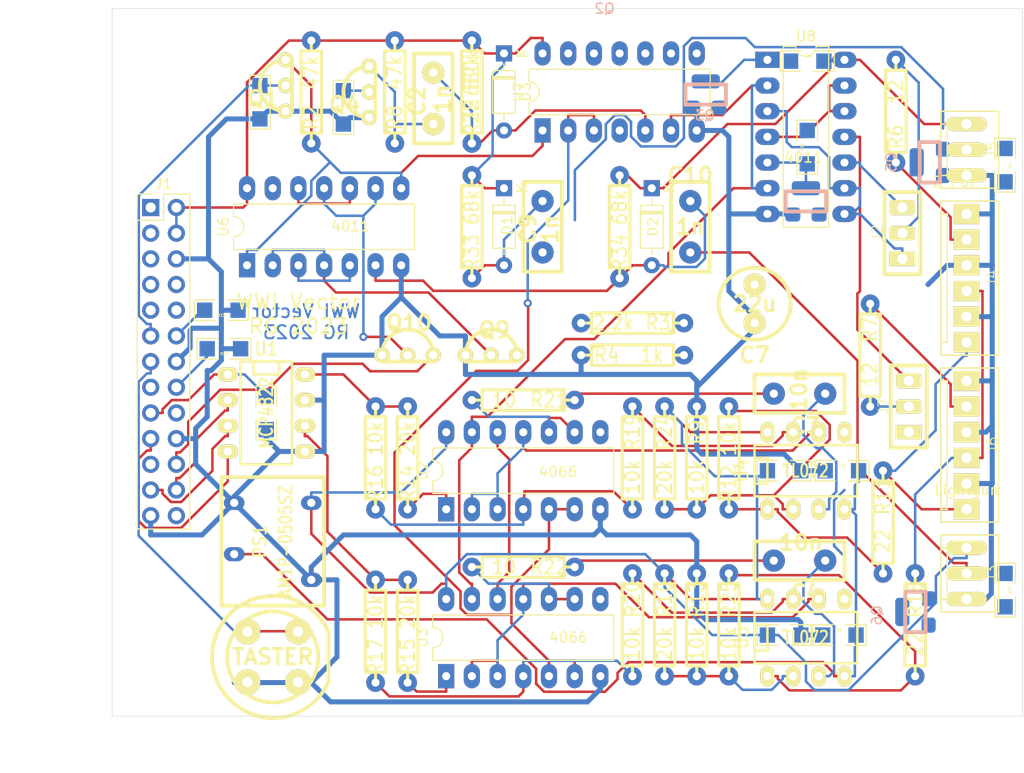
<source format=kicad_pcb>
(kicad_pcb (version 20211014) (generator pcbnew)
  (layers (0 "F.Cu" signal) (31 "B.Cu" signal) (34 "B.Paste" user) (35 "F.Paste" user) (36 "B.SilkS" user "B.Silkscreen") (37 "F.SilkS" user "F.Silkscreen") (38 "B.Mask" user) (39 "F.Mask" user) (44 "Edge.Cuts" user))
  (net 0 "")
  (net 1 "GND")
  (net 2 "-5V")
  (net 3 "Net-(C2-Pad2)")
  (net 4 "Net-(C3-Pad2)")
  (net 5 "/Xout")
  (net 6 "/Yout")
  (net 7 "Net-(C4-Pad2)")
  (net 8 "+5V")
  (net 9 "/Xin")
  (net 10 "Net-(R12-Pad2)")
  (net 11 "Net-(R10-Pad2)")
  (net 12 "/Yin")
  (net 13 "Net-(R14-Pad1)")
  (net 14 "Net-(R16-Pad1)")
  (net 15 "Net-(R21-Pad2)")
  (net 16 "Net-(U2-Pad11)")
  (net 17 "/move")
  (net 18 "Net-(J2-Pad1)")
  (net 19 "/MOSI")
  (net 20 "/V_ADC")
  (net 21 "/CS")
  (net 22 "/isKEY")
  (net 23 "/doMOVE")
  (net 24 "/doDRAW")
  (net 25 "/draw")
  (net 26 "/~{move}")
  (net 27 "/SCLK")
  (net 28 "Net-(C2-Pad1)")
  (net 29 "/~{move5V}")
  (net 30 "Net-(Q9-PadG)")
  (net 31 "Net-(U6-Pad3)")
  (net 32 "/isGUN2")
  (net 33 "/isGUN1")
  (net 34 "Net-(Q10-PadG)")
  (net 35 "/z2")
  (net 36 "Net-(U6-Pad10)")
  (net 37 "Net-(C9-Pad2)")
  (net 38 "Net-(C9-Pad1)")
  (net 39 "Net-(C10-Pad2)")
  (net 40 "Net-(U3-Pad11)")
  (net 41 "/enZ1")
  (net 42 "/enZ2")
  (net 43 "/z1")
  (net 44 "Net-(C3-Pad1)")
  (net 45 "Net-(C4-Pad1)")
  (net 46 "Net-(J2-Pad3)")
  (net 47 "Net-(J7-Pad1)")
  (net 48 "Net-(J7-Pad3)")
  (net 49 "/mid")
  (net 50 "Net-(R15-Pad1)")
  (net 51 "Net-(R17-Pad1)")
  (net 52 "Net-(R22-Pad2)")
  (net 53 "Net-(J2-Pad2)")
  (net 54 "Net-(J7-Pad2)")
  (net 55 "Net-(R11-Pad2)")
  (net 56 "Net-(R18-Pad2)")
  (net 57 "/~{enZ1}")
  (net 58 "/~{enZ2}")
  (net 59 "/Vref_3.3V")
  (net 62 "/isGun1on")
  (net 64 "/isGun2on")
  (net 67 "Net-(R27-Pad1)")
  (footprint "RG:Tast-DT6" (layer "F.Cu") (at 15.875 64.135 180)
    (fp_text reference "S1" hide)
    (fp_text value "TASTER")
  )
  (footprint "RG:AM1P-SZ" (layer "F.Cu") (at 15.875 52.705 90)
    (fp_text reference "PS1")
    (fp_text value "AM1P-0505SZ")
  )
  (footprint "RG:SM-1206B" (layer "F.Cu") (at 88.265 57.531 -90)
    (fp_text reference "R27")
    (fp_text value "470k" hide)
  )
  (footprint "RG:R4-2" (layer "F.Cu") (at 19.685 8.255 90)
    (fp_text reference "R2")
    (fp_text value "47k")
  )
  (footprint "RG:R4-2" (layer "F.Cu") (at 27.94 8.255 90)
    (fp_text reference "R8")
    (fp_text value "47k")
  )
  (footprint "RG:Pins_3" (layer "F.Cu") (at 78.105 22.225 -90)
    (fp_text reference "J2")
    (fp_text value "K2" hide)
  )
  (footprint "Connector_PinHeader_2.54mm:PinHeader_2x13_P2.54mm_Vertical" (layer "F.Cu") (at 3.81 19.685)
    (fp_text reference "J1")
    (fp_text value "RaspiGPIO")
  )
  (footprint "RG:DIP-8_300" (layer "F.Cu") (at 15.24 40.005 -90)
    (fp_text reference "U1")
    (fp_text value "MCP4822")
  )
  (footprint "RG:R4-2" (layer "F.Cu") (at 35.56 8.255 90)
    (fp_text reference "R28")
    (fp_text value "82k")
  )
  (footprint "MountingHole:MountingHole_3.2mm_M3" (layer "F.Cu") (at 5 5)
    (fp_text reference "H1")
    (fp_text value "MountingHole")
  )
  (footprint "MountingHole:MountingHole_3.2mm_M3" (layer "F.Cu") (at 85 5)
    (fp_text reference "H2")
    (fp_text value "MountingHole")
  )
  (footprint "MountingHole:MountingHole_3.2mm_M3" (layer "F.Cu") (at 5 65)
    (fp_text reference "H3")
    (fp_text value "MountingHole")
  )
  (footprint "MountingHole:MountingHole_3.2mm_M3" (layer "F.Cu") (at 85 65)
    (fp_text reference "H4")
    (fp_text value "MountingHole")
  )
  (footprint "RG:FETsgd_inline" (layer "F.Cu") (at 29.21 34.29 90)
    (fp_text reference "Q10")
    (fp_text value "2N7000" hide)
  )
  (footprint "RG:SM-1206B" (layer "F.Cu") (at 88.265 15.494 -90)
    (fp_text reference "R31")
    (fp_text value "470k" hide)
  )
  (footprint "RG:C2-2" (layer "F.Cu") (at 42.545 21.59 90)
    (fp_text reference "C9")
    (fp_text value "1n")
  )
  (footprint "RG:C2-2" (layer "F.Cu") (at 57.15 21.59 90)
    (fp_text reference "C10")
    (fp_text value "1n")
  )
  (footprint "Diode_THT:D_DO-35_SOD27_P7.62mm_Horizontal" (layer "F.Cu") (at 38.735 17.78 -90)
    (fp_text reference "D1")
    (fp_text value "1N914")
  )
  (footprint "Diode_THT:D_DO-35_SOD27_P7.62mm_Horizontal" (layer "F.Cu") (at 53.34 17.78 -90)
    (fp_text reference "D2")
    (fp_text value "1N914")
  )
  (footprint "RG:R4-2" (layer "F.Cu") (at 35.56 21.59 90)
    (fp_text reference "R33")
    (fp_text value "68k")
  )
  (footprint "RG:R4-2" (layer "F.Cu") (at 50.165 21.59 90)
    (fp_text reference "R34")
    (fp_text value "68k")
  )
  (footprint "RG:DIP-14_W7.62mm_LongPads" (layer "F.Cu") (at 13.335 25.4 90)
    (fp_text reference "U6")
    (fp_text value "4011")
  )
  (footprint "RG:SM-1206B" (layer "F.Cu") (at 15.24 40.005 -90)
    (fp_text reference "C1")
    (fp_text value "100n" hide)
  )
  (footprint "RG:PSS_6" (layer "F.Cu") (at 84.455 26.67 90)
    (fp_text reference "J4")
    (fp_text value "Conn_01x06" hide)
  )
  (footprint "RG:Pins_3" (layer "F.Cu") (at 78.74 39.37 -90)
    (fp_text reference "J7")
    (fp_text value "K2" hide)
  )
  (footprint "RG:R4-2" (layer "F.Cu") (at 51.435 34.29)
    (fp_text reference "R4")
    (fp_text value "1k")
  )
  (footprint "RG:DIP-14_W7.62mm_LongPads" (layer "F.Cu") (at 64.77 5.08)
    (fp_text reference "U8")
    (fp_text value "4011")
  )
  (footprint "RG:PSS_3" (layer "F.Cu") (at 84.455 13.97 90)
    (fp_text reference "J5")
    (fp_text value "Conn_01x03" hide)
  )
  (footprint "RG:PSS_3" (layer "F.Cu") (at 84.455 55.88 90)
    (fp_text reference "J3")
    (fp_text value "Conn_01x03" hide)
  )
  (footprint "RG:PSS_6" (layer "F.Cu") (at 84.455 43.18 90)
    (fp_text reference "J6")
    (fp_text value "Conn_01x06" hide)
  )
  (footprint "RG:C2-2" (layer "F.Cu") (at 67.945 38.1 180)
    (fp_text reference "C3")
    (fp_text value "10n")
  )
  (footprint "RG:R4-2" (layer "F.Cu") (at 51.435 31.115 180)
    (fp_text reference "R3")
    (fp_text value "2.2k")
  )
  (footprint "RG:FETsgd_inline" (layer "F.Cu") (at 25.4 8.255 180)
    (fp_text reference "Q4")
    (fp_text value "2N7000" hide)
  )
  (footprint "RG:C2-2" (layer "F.Cu") (at 31.75 8.89 90)
    (fp_text reference "C2")
    (fp_text value "1n")
  )
  (footprint "RG:SM-1206B" (layer "F.Cu") (at 22.86 9.779 90)
    (fp_text reference "R5")
    (fp_text value "47k" hide)
  )
  (footprint "RG:FETsgd_inline" (layer "F.Cu") (at 17.145 7.62 180)
    (fp_text reference "Q1")
    (fp_text value "2N7000" hide)
  )
  (footprint "Diode_THT:D_DO-35_SOD27_P7.62mm_Horizontal" (layer "F.Cu") (at 38.735 4.445 -90)
    (fp_text reference "D3")
    (fp_text value "1N914")
  )
  (footprint "RG:SM-1206B" (layer "F.Cu") (at 14.605 9.271 90)
    (fp_text reference "R1")
    (fp_text value "47k" hide)
  )
  (footprint "RG:R4-2" (layer "F.Cu") (at 51.435 44.45 -90)
    (fp_text reference "R19")
    (fp_text value "10k")
  )
  (footprint "RG:DIP-8_300" (layer "F.Cu") (at 68.58 62.23)
    (fp_text reference "U5")
    (fp_text value "TL072")
  )
  (footprint "RG:R4-2" (layer "F.Cu") (at 51.435 60.96 -90)
    (fp_text reference "R20")
    (fp_text value "10k")
  )
  (footprint "RG:R4-2" (layer "F.Cu") (at 40.64 55.245 180)
    (fp_text reference "R22")
    (fp_text value "10")
  )
  (footprint "RG:R4-2" (layer "F.Cu") (at 26.035 44.45 90)
    (fp_text reference "R16")
    (fp_text value "10k")
  )
  (footprint "RG:DIP-8_300" (layer "F.Cu") (at 68.58 45.72)
    (fp_text reference "U4")
    (fp_text value "TL072")
  )
  (footprint "RG:R4-2" (layer "F.Cu") (at 29.21 44.45 90)
    (fp_text reference "R14")
    (fp_text value "20k")
  )
  (footprint "RG:R4-2" (layer "F.Cu") (at 40.64 38.735 180)
    (fp_text reference "R21")
    (fp_text value "10")
  )
  (footprint "RG:R4-2" (layer "F.Cu") (at 54.61 44.45 -90)
    (fp_text reference "R24")
    (fp_text value "20k")
  )
  (footprint "RG:R4-2" (layer "F.Cu") (at 26.035 61.595 90)
    (fp_text reference "R17")
    (fp_text value "10k")
  )
  (footprint "RG:R4-2" (layer "F.Cu") (at 60.96 44.45 90)
    (fp_text reference "R12")
    (fp_text value "10k")
  )
  (footprint "RG:R4-2" (layer "F.Cu") (at 54.61 60.96 -90)
    (fp_text reference "R10")
    (fp_text value "20k")
  )
  (footprint "RG:R4-2" (layer "F.Cu") (at 57.785 44.45 -90)
    (fp_text reference "R9")
    (fp_text value "10k")
  )
  (footprint "RG:DIP-14_W7.62mm_LongPads" (layer "F.Cu") (at 33.02 66.04 90)
    (fp_text reference "U3")
    (fp_text value "4066")
  )
  (footprint "RG:R4-2" (layer "F.Cu") (at 60.96 60.96 -90)
    (fp_text reference "R25")
    (fp_text value "10k")
  )
  (footprint "RG:SM-1206B" (layer "F.Cu") (at 66.421 45.72)
    (fp_text reference "C5")
    (fp_text value "100n" hide)
  )
  (footprint "RG:R4-2" (layer "F.Cu") (at 57.785 60.96 -90)
    (fp_text reference "R13")
    (fp_text value "10k")
  )
  (footprint "RG:R4-2" (layer "F.Cu") (at 29.21 61.595 90)
    (fp_text reference "R15")
    (fp_text value "20k")
  )
  (footprint "RG:SM-1206B" (layer "F.Cu") (at 66.421 61.976)
    (fp_text reference "C6")
    (fp_text value "100n" hide)
  )
  (footprint "RG:C2-2" (layer "F.Cu") (at 67.945 54.61 180)
    (fp_text reference "C4")
    (fp_text value "10n")
  )
  (footprint "RG:R4-2" (layer "F.Cu") (at 77.47 10.16 90)
    (fp_text reference "R6")
    (fp_text value "12")
  )
  (footprint "RG:R4-2" (layer "F.Cu") (at 74.93 34.29 -90)
    (fp_text reference "R7")
    (fp_text value "12")
  )
  (footprint "RG:R4-2" (layer "F.Cu") (at 76.2 50.8 -90)
    (fp_text reference "R11")
    (fp_text value "22")
  )
  (footprint "RG:R4-2" (layer "F.Cu") (at 79.375 60.96 -90)
    (fp_text reference "R18")
    (fp_text value "22")
  )
  (footprint "RG:SM-1206B" (layer "F.Cu") (at 71.882 61.976)
    (fp_text reference "C8")
    (fp_text value "100n" hide)
  )
  (footprint "RG:SM-1206B" (layer "F.Cu") (at 72.136 45.72)
    (fp_text reference "C11")
    (fp_text value "100n" hide)
  )
  (footprint "RG:DIP-14_W7.62mm_LongPads" (layer "F.Cu") (at 33.02 49.53 90)
    (fp_text reference "U2")
    (fp_text value "4066")
  )
  (footprint "RG:FETsgd_inline" (layer "F.Cu") (at 37.465 34.29 90)
    (fp_text reference "Q9")
    (fp_text value "2N7000" hide)
  )
  (footprint "RG:SM-1206B" (layer "F.Cu") (at 10.795 29.845 180)
    (fp_text reference "R23")
    (fp_text value "47k" hide)
  )
  (footprint "RG:SM-1206B" (layer "F.Cu") (at 68.707 5.207)
    (fp_text reference "R26")
    (fp_text value "47k" hide)
  )
  (footprint "RG:SM-1206B" (layer "F.Cu") (at 11.049 33.655 180)
    (fp_text reference "R29")
    (fp_text value "47k" hide)
  )
  (footprint "RG:SM-1206B" (layer "F.Cu") (at 68.707 13.716 90)
    (fp_text reference "R30")
    (fp_text value "47k" hide)
  )
  (footprint "Package_DIP:DIP-14_W7.62mm_LongPads" (layer "F.Cu") (at 42.545 12.065 90)
    (fp_text reference "U7")
    (fp_text value "40106")
  )
  (footprint "RG:R4-2" (layer "F.Cu") (at 35.56 8.255 90)
    (fp_text reference "R32")
    (fp_text value "680k")
  )
  (footprint "RG:C2-7" (layer "F.Cu") (at 63.5 29.21 180)
    (fp_text reference "C7")
    (fp_text value "22u")
  )
  (footprint "RG:SOT-23_GDS" (layer "B.Cu") (at 58.674 8.509 180)
    (fp_text reference "Q2")
    (fp_text value "2N7002")
  )
  (footprint "RG:SOT-23_GDS" (layer "B.Cu") (at 68.58 19.08 180)
    (fp_text reference "Q3")
    (fp_text value "2N7002")
  )
  (footprint "RG:SOT-23_GDS" (layer "B.Cu") (at 80.8274 15.2146 -90)
    (fp_text reference "Q5")
    (fp_text value "2N7002")
  )
  (footprint "RG:SOT-23_GDS" (layer "B.Cu") (at 79.405 59.69 -90)
    (fp_text reference "Q6")
    (fp_text value "2N7002")
  )
  (gr_line (start 0 0) (end 0 70) (layer "Edge.Cuts") (width 0.05))
  (gr_line (start 0 0) (end 90 0) (layer "Edge.Cuts") (width 0.05))
  (gr_line (start 90 0) (end 90 70) (layer "Edge.Cuts") (width 0.05))
  (gr_line (start 90 70) (end 0 70) (layer "Edge.Cuts") (width 0.05))
  (gr_text "WWI Vector\nRG 2023" (at 19.177 30.988) (layer "B.Cu") (effects (font (size 1.3 1.3) (thickness 0.2)) (justify mirror)))
  (gr_text "Lightgun" (at 84.455 47.625) (layer "F.SilkS") (effects (font (size 1 1))))
  (gr_text "WWI Vector\nRG 2023" (at 18.415 30.226) (layer "F.SilkS") (effects (font (size 1.5 1.5) (thickness 0.2))))
  (gr_text "Z Pol" (at 83.185 17.145) (layer "F.SilkS") (effects (font (size 1 1))))
  (segment (start 15.24 41.656) (end 15.24 42.545) (width 0.5) (layer "B.Cu") (net 1))
  (segment (start 10.795 29.845) (end 12.243561 29.845) (width 0.5) (layer "B.Cu") (net 1))
  (segment (start 57.785 52.705) (end 57.15 52.07) (width 0.5) (layer "B.Cu") (net 1))
  (segment (start 86.905 47.08) (end 86.995 46.99) (width 0.5) (layer "B.Cu") (net 1))
  (segment (start 64.135 31.115) (end 57.785 37.465) (width 0.5) (layer "B.Cu") (net 1))
  (segment (start 7.709086 31.839086) (end 7.925172 31.623) (width 0.5) (layer "B.Cu") (net 1))
  (segment (start 23.495 10.795) (end 22.86 11.43) (width 0.5) (layer "B.Cu") (net 1))
  (segment (start 64.77 20.32) (end 60.96 20.32) (width 0.5) (layer "B.Cu") (net 1))
  (segment (start 48.26 67.31) (end 48.26 66.04) (width 0.5) (layer "B.Cu") (net 1))
  (segment (start 10.795 31.623) (end 10.795 33.655) (width 0.5) (layer "B.Cu") (net 1))
  (segment (start 22.225 56.515) (end 22.225 64.135) (width 0.5) (layer "B.Cu") (net 1))
  (segment (start 63.5207 3.8225) (end 77.997 3.8225) (width 0.25) (layer "B.Cu") (net 1))
  (segment (start 52.2624 13.6396) (end 55.7093 13.6396) (width 0.25) (layer "B.Cu") (net 1))
  (segment (start 57.785 43.561) (end 58.293 44.069) (width 0.5) (layer "B.Cu") (net 1))
  (segment (start 9.525 24.765) (end 9.525 12.7) (width 0.5) (layer "B.Cu") (net 1))
  (segment (start 86.995 36.83) (end 86.995 36.195) (width 0.5) (layer "B.Cu") (net 1))
  (segment (start 64.135 31.115) (end 60.96 27.94) (width 0.5) (layer "B.Cu") (net 1))
  (segment (start 12.065 66.675) (end 19.685 66.675) (width 0.5) (layer "B.Cu") (net 1))
  (segment (start 20.955 38.735) (end 20.955 34.29) (width 0.5) (layer "B.Cu") (net 1))
  (segment (start 57.319006 2.91999) (end 62.61819 2.91999) (width 0.25) (layer "B.Cu") (net 1))
  (segment (start 3.81 50.165) (end 3.81 52.07) (width 0.5) (layer "B.Cu") (net 1))
  (segment (start 34.925 32.385) (end 32.385 32.385) (width 0.5) (layer "B.Cu") (net 1))
  (segment (start 12.243561 29.845) (end 12.243561 29.878103) (width 0.5) (layer "B.Cu") (net 1))
  (segment (start 34.925 34.29) (end 34.925 36.195) (width 0.5) (layer "B.Cu") (net 1))
  (segment (start 60.96 12.7) (end 60.325 12.065) (width 0.5) (layer "B.Cu") (net 1))
  (segment (start 51.2901 11.199) (end 51.2901 12.6673) (width 0.25) (layer "B.Cu") (net 1))
  (segment (start 12.065 48.895) (end 19.685 56.515) (width 0.5) (layer "B.Cu") (net 1))
  (segment (start 10.795 34.798) (end 9.779 35.814) (width 0.5) (layer "B.Cu") (net 1))
  (segment (start 22.225 64.135) (end 19.685 66.675) (width 0.5) (layer "B.Cu") (net 1))
  (segment (start 19.685 56.515) (end 19.685 55.245) (width 0.5) (layer "B.Cu") (net 1))
  (segment (start 66.421 44.069) (end 68.072 45.72) (width 0.5) (layer "B.Cu") (net 1))
  (segment (start 86.995 40.64) (end 86.995 36.83) (width 0.5) (layer "B.Cu") (net 1))
  (segment (start 84.455 46.99) (end 86.995 46.99) (width 0.5) (layer "B.Cu") (net 1))
  (segment (start 15.24 42.545) (end 16.51 43.815) (width 0.5) (layer "B.Cu") (net 1))
  (segment (start 51.2901 12.6673) (end 52.2624 13.6396) (width 0.25) (layer "B.Cu") (net 1))
  (segment (start 21.59 68.58) (end 46.99 68.58) (width 0.5) (layer "B.Cu") (net 1))
  (segment (start 84.455 25.4) (end 82.55 25.4) (width 0.5) (layer "B.Cu") (net 1))
  (segment (start 10.795 26.035) (end 9.525 24.765) (width 0.5) (layer "B.Cu") (net 1))
  (segment (start 21.59 10.16) (end 22.86 11.43) (width 0.5) (layer "B.Cu") (net 1))
  (segment (start 68.072 61.976) (end 70.231 61.976) (width 0.5) (layer "B.Cu") (net 1))
  (segment (start 15.367 10.16) (end 14.605 10.922) (width 0.5) (layer "B.Cu") (net 1))
  (segment (start 28.575 25.4) (end 28.575 28.575) (width 0.5) (layer "B.Cu") (net 1))
  (segment (start 57.785 39.37) (end 57.785 43.561) (width 0.5) (layer "B.Cu") (net 1))
  (segment (start 58.674 60.452) (end 67.81 60.452) (width 0.5) (layer "B.Cu") (net 1))
  (segment (start 45.7399 20.9351) (end 45.7399 15.9923) (width 0.25) (layer "B.Cu") (net 1))
  (segment (start 57.658 59.436) (end 58.674 60.452) (width 0.5) (layer "B.Cu") (net 1))
  (segment (start 12.065 48.895) (end 12.065 48.26) (width 0.5) (layer "B.Cu") (net 1))
  (segment (start 55.7093 13.6396) (end 56.515 12.8339) (width 0.25) (layer "B.Cu") (net 1))
  (segment (start 8.255 41.529) (end 8.255 42.545) (width 0.5) (layer "B.Cu") (net 1))
  (segment (start 7.709086 33.565914) (end 7.709086 31.839086) (width 0.5) (layer "B.Cu") (net 1))
  (segment (start 82.55 25.4) (end 80.645 27.305) (width 0.5) (layer "B.Cu") (net 1))
  (segment (start 47.625 52.07) (end 48.26 51.435) (width 0.5) (layer "B.Cu") (net 1))
  (segment (start 6.35 42.545) (end 8.255 42.545) (width 0.5) (layer "B.Cu") (net 1))
  (segment (start 62.61819 2.91999) (end 63.5207 3.8225) (width 0.25) (layer "B.Cu") (net 1))
  (segment (start 82.1298 7.9553) (end 82.1298 11.8629) (width 0.25) (layer "B.Cu") (net 1))
  (segment (start 48.801 11.4379) (end 49.699 10.5399) (width 0.25) (layer "B.Cu") (net 1))
  (segment (start 9.779 35.814) (end 9.398 35.814) (width 0.5) (layer "B.Cu") (net 1))
  (segment (start 86.36 41.91) (end 86.995 41.275) (width 0.5) (layer "B.Cu") (net 1))
  (segment (start 84.455 30.48) (end 86.995 30.48) (width 0.5) (layer "B.Cu") (net 1))
  (segment (start 48.895 52.07) (end 48.26 51.435) (width 0.5) (layer "B.Cu") (net 1))
  (segment (start 60.96 27.94) (end 60.96 20.32) (width 0.5) (layer "B.Cu") (net 1))
  (segment (start 6.35 24.765) (end 9.525 24.765) (width 0.5) (layer "B.Cu") (net 1))
  (segment (start 84.455 20.32) (end 86.995 20.32) (width 0.5) (layer "B.Cu") (net 1))
  (segment (start 86.995 20.32) (end 86.995 25.4) (width 0.5) (layer "B.Cu") (net 1))
  (segment (start 34.925 36.195) (end 46.355 36.195) (width 0.5) (layer "B.Cu") (net 1))
  (segment (start 19.05 38.735) (end 20.955 38.735) (width 0.5) (layer "B.Cu") (net 1))
  (segment (start 8.255 42.545) (end 8.255 45.085) (width 0.5) (layer "B.Cu") (net 1))
  (segment (start 16.51 43.815) (end 19.05 43.815) (width 0.5) (layer "B.Cu") (net 1))
  (segment (start 10.795 29.845) (end 10.795 26.035) (width 0.5) (layer "B.Cu") (net 1))
  (segment (start 28.575 28.575) (end 26.67 30.48) (width 0.5) (layer "B.Cu") (net 1))
  (segment (start 10.795 31.623) (end 10.795 29.845) (width 0.5) (layer "B.Cu") (net 1))
  (segment (start 10.795 33.655) (end 10.795 34.798) (width 0.5) (layer "B.Cu") (net 1))
  (segment (start 17.145 10.16) (end 21.59 10.16) (width 0.5) (layer "B.Cu") (net 1))
  (segment (start 57.15 52.07) (end 48.895 52.07) (width 0.5) (layer "B.Cu") (net 1))
  (segment (start 57.785 55.88) (end 57.785 59.309) (width 0.5) (layer "B.Cu") (net 1))
  (segment (start 56.515 3.723996) (end 57.319006 2.91999) (width 0.25) (layer "B.Cu") (net 1))
  (segment (start 8.89 52.07) (end 12.065 48.895) (width 0.5) (layer "B.Cu") (net 1))
  (segment (start 49.699 10.5399) (end 50.631 10.5399) (width 0.25) (layer "B.Cu") (net 1))
  (segment (start 20.955 34.29) (end 26.67 34.29) (width 0.5) (layer "B.Cu") (net 1))
  (segment (start 84.455 36.83) (end 86.995 36.83) (width 0.5) (layer "B.Cu") (net 1))
  (segment (start 48.26 51.435) (end 48.26 49.53) (width 0.5) (layer "B.Cu") (net 1))
  (segment (start 9.525 12.7) (end 11.303 10.922) (width 0.5) (layer "B.Cu") (net 1))
  (segment (start 46.99 68.58) (end 48.26 67.31) (width 0.5) (layer "B.Cu") (net 1))
  (segment (start 12.065 48.26) (end 16.51 43.815) (width 0.5) (layer "B.Cu") (net 1))
  (segment (start 71.3663 53.1652) (end 72.39 54.1889) (width 0.25) (layer "B.Cu") (net 1))
  (segment (start 68.072 45.72) (end 70.485 45.72) (width 0.5) (layer "B.Cu") (net 1))
  (segment (start 12.243561 29.878103) (end 12.391729 30.026271) (width 0.5) (layer "B.Cu") (net 1))
  (segment (start 86.36 58.42) (end 86.905 57.875) (width 0.5) (layer "B.Cu") (net 1))
  (segment (start 86.995 41.275) (end 86.995 40.64) (width 0.5) (layer "B.Cu") (net 1))
  (segment (start 19.05 43.815) (end 20.955 43.815) (width 0.5) (layer "B.Cu") (net 1))
  (segment (start 84.455 16.51) (end 86.995 16.51) (width 0.5) (layer "B.Cu") (net 1))
  (segment (start 10.795 33.655) (end 12.7 33.655) (width 0.5) (layer "B.Cu") (net 1))
  (segment (start 68.072 60.714) (end 68.072 61.976) (width 0.5) (layer "B.Cu") (net 1))
  (segment (start 34.925 34.29) (end 34.925 32.385) (width 0.5) (layer "B.Cu") (net 1))
  (segment (start 86.995 46.99) (end 86.995 41.275) (width 0.5) (layer "B.Cu") (net 1))
  (segment (start 46.355 34.29) (end 46.355 36.195) (width 0.5) (layer "B.Cu") (net 1))
  (segment (start 57.785 55.88) (end 57.785 52.705) (width 0.5) (layer "B.Cu") (net 1))
  (segment (start 77.997 3.8225) (end 82.1298 7.9553) (width 0.25) (layer "B.Cu") (net 1))
  (segment (start 8.255 45.085) (end 12.065 48.895) (width 0.5) (layer "B.Cu") (net 1))
  (segment (start 9.398 40.386) (end 8.255 41.529) (width 0.5) (layer "B.Cu") (net 1))
  (segment (start 22.86 52.07) (end 47.625 52.07) (width 0.5) (layer "B.Cu") (net 1))
  (segment (start 57.15 36.195) (end 57.785 36.83) (width 0.5) (layer "B.Cu") (net 1))
  (segment (start 57.785 36.83) (end 57.785 37.465) (width 0.5) (layer "B.Cu") (net 1))
  (segment (start 48.801 12.9312) (end 48.801 11.4379) (width 0.25) (layer "B.Cu") (net 1))
  (segment (start 57.785 37.465) (end 57.785 39.37) (width 0.5) (layer "B.Cu") (net 1))
  (segment (start 32.385 32.385) (end 28.575 28.575) (width 0.5) (layer "B.Cu") (net 1))
  (segment (start 72.39 47.6267) (end 71.3663 48.6504) (width 0.25) (layer "B.Cu") (net 1))
  (segment (start 26.67 30.48) (end 26.67 34.29) (width 0.5) (layer "B.Cu") (net 1))
  (segment (start 25.4 10.795) (end 23.495 10.795) (width 0.5) (layer "B.Cu") (net 1))
  (segment (start 86.995 25.4) (end 84.455 25.4) (width 0.5) (layer "B.Cu") (net 1))
  (segment (start 19.685 55.245) (end 22.86 52.07) (width 0.5) (layer "B.Cu") (net 1))
  (segment (start 86.905 57.875) (end 86.905 47.08) (width 0.5) (layer "B.Cu") (net 1))
  (segment (start 67.81 60.452) (end 68.072 60.714) (width 0.5) (layer "B.Cu") (net 1))
  (segment (start 86.995 36.195) (end 86.995 30.48) (width 0.5) (layer "B.Cu") (net 1))
  (segment (start 20.955 43.815) (end 20.955 38.735) (width 0.5) (layer "B.Cu") (net 1))
  (segment (start 6.35 34.925) (end 7.709086 33.565914) (width 0.5) (layer "B.Cu") (net 1))
  (segment (start 60.325 12.065) (end 57.785 12.065) (width 0.5) (layer "B.Cu") (net 1))
  (segment (start 3.81 52.07) (end 8.89 52.07) (width 0.5) (layer "B.Cu") (net 1))
  (segment (start 84.455 58.42) (end 86.36 58.42) (width 0.5) (layer "B.Cu") (net 1))
  (segment (start 86.995 30.48) (end 86.995 29.845) (width 0.5) (layer "B.Cu") (net 1))
  (segment (start 86.995 29.845) (end 86.995 25.4) (width 0.5) (layer "B.Cu") (net 1))
  (segment (start 64.77 20.32) (end 67.564 20.32) (width 0.5) (layer "B.Cu") (net 1))
  (segment (start 19.685 56.515) (end 22.225 56.515) (width 0.5) (layer "B.Cu") (net 1))
  (segment (start 60.96 20.32) (end 60.96 12.7) (width 0.5) (layer "B.Cu") (net 1))
  (segment (start 86.995 16.51) (end 86.995 20.32) (width 0.5) (layer "B.Cu") (net 1))
  (segment (start 57.785 12.065) (end 57.785 9.525) (width 0.5) (layer "B.Cu") (net 1))
  (segment (start 46.355 36.195) (end 57.15 36.195) (width 0.5) (layer "B.Cu") (net 1))
  (segment (start 11.303 10.922) (end 14.605 10.922) (width 0.5) (layer "B.Cu") (net 1))
  (segment (start 7.925172 31.623) (end 10.795 31.623) (width 0.5) (layer "B.Cu") (net 1))
  (segment (start 84.455 41.91) (end 86.36 41.91) (width 0.5) (layer "B.Cu") (net 1))
  (segment (start 17.145 10.16) (end 15.367 10.16) (width 0.5) (layer "B.Cu") (net 1))
  (segment (start 58.293 44.069) (end 66.421 44.069) (width 0.5) (layer "B.Cu") (net 1))
  (segment (start 71.3663 48.6504) (end 71.3663 53.1652) (width 0.25) (layer "B.Cu") (net 1))
  (segment (start 19.685 66.675) (end 21.59 68.58) (width 0.5) (layer "B.Cu") (net 1))
  (segment (start 57.785 59.309) (end 57.658 59.436) (width 0.5) (layer "B.Cu") (net 1))
  (segment (start 50.631 10.5399) (end 51.2901 11.199) (width 0.25) (layer "B.Cu") (net 1))
  (segment (start 45.7399 15.9923) (end 48.801 12.9312) (width 0.25) (layer "B.Cu") (net 1))
  (segment (start 9.398 35.814) (end 9.398 40.386) (width 0.5) (layer "B.Cu") (net 1))
  (segment (start 56.515 12.8339) (end 56.515 3.723996) (width 0.25) (layer "B.Cu") (net 1))
  (segment (start 51.0269 64.6555) (end 70.26 64.6555) (width 0.25) (layer "F.Cu") (net 2))
  (segment (start 42.6971 67.583) (end 48.714 67.583) (width 0.25) (layer "F.Cu") (net 2))
  (segment (start 49.9592 66.3378) (end 49.9592 65.7232) (width 0.25) (layer "F.Cu") (net 2))
  (segment (start 72.39 66.04) (end 71.3664 66.04) (width 0.25) (layer "F.Cu") (net 2))
  (segment (start 70.26 64.6555) (end 71.3664 65.7619) (width 0.25) (layer "F.Cu") (net 2))
  (segment (start 14.8323 53.975) (end 21.2802 60.4229) (width 0.25) (layer "F.Cu") (net 2))
  (segment (start 12.065 53.975) (end 14.8323 53.975) (width 0.25) (layer "F.Cu") (net 2))
  (segment (start 41.91 65.3113) (end 41.91 66.7959) (width 0.25) (layer "F.Cu") (net 2))
  (segment (start 21.2802 60.4229) (end 37.0216 60.4229) (width 0.25) (layer "F.Cu") (net 2))
  (segment (start 37.0216 60.4229) (end 41.91 65.3113) (width 0.25) (layer "F.Cu") (net 2))
  (segment (start 49.9592 65.7232) (end 51.0269 64.6555) (width 0.25) (layer "F.Cu") (net 2))
  (segment (start 41.91 66.7959) (end 42.6971 67.583) (width 0.25) (layer "F.Cu") (net 2))
  (segment (start 71.3664 65.7619) (end 71.3664 66.04) (width 0.25) (layer "F.Cu") (net 2))
  (segment (start 48.714 67.583) (end 49.9592 66.3378) (width 0.25) (layer "F.Cu") (net 2))
  (segment (start 73.533 61.976) (end 73.533 63.0631) (width 0.25) (layer "B.Cu") (net 2))
  (segment (start 73.4136 63.1825) (end 73.533 63.0631) (width 0.25) (layer "B.Cu") (net 2))
  (segment (start 72.39 49.53) (end 72.9539 49.53) (width 0.25) (layer "B.Cu") (net 2))
  (segment (start 73.4136 49.53) (end 73.4136 47.1805) (width 0.25) (layer "B.Cu") (net 2))
  (segment (start 73.4136 66.04) (end 73.4136 63.1825) (width 0.25) (layer "B.Cu") (net 2))
  (segment (start 72.9539 49.53) (end 73.533 50.1091) (width 0.25) (layer "B.Cu") (net 2))
  (segment (start 73.533 50.1091) (end 73.533 61.976) (width 0.25) (layer "B.Cu") (net 2))
  (segment (start 73.4136 47.1805) (end 73.787 46.8071) (width 0.25) (layer "B.Cu") (net 2))
  (segment (start 72.39 66.04) (end 73.4136 66.04) (width 0.25) (layer "B.Cu") (net 2))
  (segment (start 72.9539 49.53) (end 73.4136 49.53) (width 0.25) (layer "B.Cu") (net 2))
  (segment (start 73.787 45.72) (end 73.787 46.8071) (width 0.25) (layer "B.Cu") (net 2))
  (segment (start 41.8357 10.0894) (end 39.8601 12.065) (width 0.25) (layer "F.Cu") (net 3))
  (segment (start 38.735 12.065) (end 37.6099 12.065) (width 0.25) (layer "F.Cu") (net 3))
  (segment (start 52.2545 10.0894) (end 41.8357 10.0894) (width 0.25) (layer "F.Cu") (net 3))
  (segment (start 35.56 13.335) (end 36.3399 13.335) (width 0.25) (layer "F.Cu") (net 3))
  (segment (start 52.705 12.065) (end 52.705 10.5399) (width 0.25) (layer "F.Cu") (net 3))
  (segment (start 52.705 10.5399) (end 52.2545 10.0894) (width 0.25) (layer "F.Cu") (net 3))
  (segment (start 36.3399 13.335) (end 37.6099 12.065) (width 0.25) (layer "F.Cu") (net 3))
  (segment (start 38.735 12.065) (end 39.8601 12.065) (width 0.25) (layer "F.Cu") (net 3))
  (segment (start 35.56 10.16) (end 35.56 13.335) (width 0.25) (layer "B.Cu") (net 3))
  (segment (start 31.75 6.35) (end 35.56 10.16) (width 0.25) (layer "B.Cu") (net 3))
  (segment (start 46.355 38.1) (end 45.72 38.735) (width 0.25) (layer "F.Cu") (net 4))
  (segment (start 65.405 38.1) (end 46.355 38.1) (width 0.25) (layer "F.Cu") (net 4))
  (segment (start 84.455 49.53) (end 80.01 49.53) (width 0.25) (layer "F.Cu") (net 5))
  (segment (start 80.01 49.53) (end 76.2 45.72) (width 0.25) (layer "F.Cu") (net 5))
  (segment (start 84.2066 34.3446) (end 81.3976 37.1536) (width 0.25) (layer "B.Cu") (net 5))
  (segment (start 77.4048 45.72) (end 76.2 45.72) (width 0.25) (layer "B.Cu") (net 5))
  (segment (start 81.3976 41.7272) (end 77.4048 45.72) (width 0.25) (layer "B.Cu") (net 5))
  (segment (start 84.455 34.3446) (end 84.2066 34.3446) (width 0.25) (layer "B.Cu") (net 5))
  (segment (start 84.455 33.02) (end 84.455 34.3446) (width 0.25) (layer "B.Cu") (net 5))
  (segment (start 81.3976 37.1536) (end 81.3976 41.7272) (width 0.25) (layer "B.Cu") (net 5))
  (segment (start 84.455 27.94) (end 86.0298 27.94) (width 0.25) (layer "F.Cu") (net 6))
  (segment (start 86.0298 27.94) (end 86.0298 44.45) (width 0.25) (layer "F.Cu") (net 6))
  (segment (start 84.455 44.45) (end 86.0298 44.45) (width 0.25) (layer "F.Cu") (net 6))
  (segment (start 82.9927 44.45) (end 79.375 48.0677) (width 0.25) (layer "B.Cu") (net 6))
  (segment (start 84.455 44.45) (end 82.9927 44.45) (width 0.25) (layer "B.Cu") (net 6))
  (segment (start 79.375 48.0677) (end 79.375 55.88) (width 0.25) (layer "B.Cu") (net 6))
  (segment (start 65.405 54.61) (end 46.355 54.61) (width 0.25) (layer "F.Cu") (net 7))
  (segment (start 46.355 54.61) (end 45.72 55.245) (width 0.25) (layer "F.Cu") (net 7))
  (segment (start 38.735 4.445) (end 39.8601 4.445) (width 0.25) (layer "F.Cu") (net 8))
  (segment (start 60.8151 11.43) (end 54.4651 17.78) (width 0.25) (layer "F.Cu") (net 8))
  (segment (start 73.1526 5.08) (end 73.9151 5.08) (width 0.25) (layer "F.Cu") (net 8))
  (segment (start 27.94 3.175) (end 35.56 3.175) (width 0.25) (layer "F.Cu") (net 8))
  (segment (start 50.9449 16.51) (end 52.2149 17.78) (width 0.25) (layer "F.Cu") (net 8))
  (segment (start 73.1526 5.08) (end 72.39 5.08) (width 0.25) (layer "F.Cu") (net 8))
  (segment (start 70.8649 5.08) (end 70.8649 6.1285) (width 0.25) (layer "F.Cu") (net 8))
  (segment (start 25.5029 57.7705) (end 31.6783 57.7705) (width 0.25) (layer "F.Cu") (net 8))
  (segment (start 72.39 5.08) (end 70.8649 5.08) (width 0.25) (layer "F.Cu") (net 8))
  (segment (start 38.735 17.78) (end 36.83 17.78) (width 0.25) (layer "F.Cu") (net 8))
  (segment (start 36.83 4.445) (end 38.735 4.445) (width 0.25) (layer "F.Cu") (net 8))
  (segment (start 19.685 51.9526) (end 25.5029 57.7705) (width 0.25) (layer "F.Cu") (net 8))
  (segment (start 84.455 11.43) (end 80.2651 11.43) (width 0.25) (layer "F.Cu") (net 8))
  (segment (start 50.165 16.51) (end 50.9449 16.51) (width 0.25) (layer "F.Cu") (net 8))
  (segment (start 35.56 3.175) (end 36.83 4.445) (width 0.25) (layer "F.Cu") (net 8))
  (segment (start 13.335 17.78) (end 13.335 19.3051) (width 0.25) (layer "F.Cu") (net 8))
  (segment (start 39.8601 4.445) (end 41.3852 2.9199) (width 0.25) (layer "F.Cu") (net 8))
  (segment (start 53.34 17.78) (end 52.2149 17.78) (width 0.25) (layer "F.Cu") (net 8))
  (segment (start 53.34 17.78) (end 54.4651 17.78) (width 0.25) (layer "F.Cu") (net 8))
  (segment (start 64.77 58.42) (end 57.15 58.42) (width 0.25) (layer "F.Cu") (net 8))
  (segment (start 32.5539 56.8949) (end 33.02 56.8949) (width 0.25) (layer "F.Cu") (net 8))
  (segment (start 19.685 48.895) (end 19.685 51.9526) (width 0.25) (layer "F.Cu") (net 8))
  (segment (start 65.5634 11.43) (end 60.8151 11.43) (width 0.25) (layer "F.Cu") (net 8))
  (segment (start 57.15 58.42) (end 54.61 55.88) (width 0.25) (layer "F.Cu") (net 8))
  (segment (start 64.77 41.91) (end 57.15 41.91) (width 0.25) (layer "F.Cu") (net 8))
  (segment (start 33.02 58.42) (end 33.02 56.8949) (width 0.25) (layer "F.Cu") (net 8))
  (segment (start 17.4693 3.175) (end 13.335 7.3093) (width 0.25) (layer "F.Cu") (net 8))
  (segment (start 27.94 3.175) (end 19.685 3.175) (width 0.25) (layer "F.Cu") (net 8))
  (segment (start 70.8649 6.1285) (end 65.5634 11.43) (width 0.25) (layer "F.Cu") (net 8))
  (segment (start 6.35 19.685) (end 12.9551 19.685) (width 0.25) (layer "F.Cu") (net 8))
  (segment (start 80.2651 11.43) (end 73.9151 5.08) (width 0.25) (layer "F.Cu") (net 8))
  (segment (start 57.15 41.91) (end 54.61 39.37) (width 0.25) (layer "F.Cu") (net 8))
  (segment (start 19.685 3.175) (end 17.4693 3.175) (width 0.25) (layer "F.Cu") (net 8))
  (segment (start 12.9551 19.685) (end 13.335 19.3051) (width 0.25) (layer "F.Cu") (net 8))
  (segment (start 36.83 17.78) (end 35.56 16.51) (width 0.25) (layer "F.Cu") (net 8))
  (segment (start 42.545 4.445) (end 42.545 2.9199) (width 0.25) (layer "F.Cu") (net 8))
  (segment (start 41.3852 2.9199) (end 42.545 2.9199) (width 0.25) (layer "F.Cu") (net 8))
  (segment (start 31.6783 57.7705) (end 32.5539 56.8949) (width 0.25) (layer "F.Cu") (net 8))
  (segment (start 13.335 7.3093) (end 13.335 17.78) (width 0.25) (layer "F.Cu") (net 8))
  (segment (start 33.02 56.0171) (end 35.0617 53.9754) (width 0.25) (layer "B.Cu") (net 8))
  (segment (start 64.77 58.42) (end 63.7464 58.42) (width 0.25) (layer "B.Cu") (net 8))
  (segment (start 6.35 19.685) (end 6.35 22.225) (width 0.25) (layer "B.Cu") (net 8))
  (segment (start 64.77 45.72) (end 64.77 46.2635) (width 0.25) (layer "B.Cu") (net 8))
  (segment (start 56.3235 43.0186) (end 56.3235 41.0835) (width 0.25) (layer "B.Cu") (net 8))
  (segment (start 72.263 5.207) (end 72.39 5.08) (width 0.25) (layer "B.Cu") (net 8))
  (segment (start 63.7464 46.2635) (end 59.5684 46.2635) (width 0.25) (layer "B.Cu") (net 8))
  (segment (start 68.58 64.6989) (end 68.58 66.5653) (width 0.25) (layer "B.Cu") (net 8))
  (segment (start 33.02 58.42) (end 33.02 56.0171) (width 0.25) (layer "B.Cu") (net 8))
  (segment (start 52.7054 53.9754) (end 54.61 55.88) (width 0.25) (layer "B.Cu") (net 8))
  (segment (start 38.735 5.5701) (end 37.6099 6.6952) (width 0.25) (layer "B.Cu") (net 8))
  (segment (start 38.735 4.445) (end 38.735 5.5701) (width 0.25) (layer "B.Cu") (net 8))
  (segment (start 54.61 57.26) (end 59.326 61.976) (width 0.25) (layer "B.Cu") (net 8))
  (segment (start 59.5684 46.2635) (end 56.3235 43.0186) (width 0.25) (layer "B.Cu") (net 8))
  (segment (start 63.7464 58.42) (end 63.7464 46.2635) (width 0.25) (layer "B.Cu") (net 8))
  (segment (start 68.58 66.5653) (end 69.4247 67.41) (width 0.25) (layer "B.Cu") (net 8))
  (segment (start 64.77 46.2635) (end 63.7464 46.2635) (width 0.25) (layer "B.Cu") (net 8))
  (segment (start 69.4247 67.41) (end 72.794 67.41) (width 0.25) (layer "B.Cu") (net 8))
  (segment (start 19.685 48.895) (end 19.685 47.8714) (width 0.25) (layer "B.Cu") (net 8))
  (segment (start 28.5837 47.8714) (end 33.02 43.4351) (width 0.25) (layer "B.Cu") (net 8))
  (segment (start 56.3235 41.0835) (end 54.61 39.37) (width 0.25) (layer "B.Cu") (net 8))
  (segment (start 81.4245 56.1575) (end 83.2184 54.3636) (width 0.25) (layer "B.Cu") (net 8))
  (segment (start 72.794 67.41) (end 81.4245 58.7795) (width 0.25) (layer "B.Cu") (net 8))
  (segment (start 59.326 61.976) (end 64.77 61.976) (width 0.25) (layer "B.Cu") (net 8))
  (segment (start 65.8571 61.976) (end 68.58 64.6989) (width 0.25) (layer "B.Cu") (net 8))
  (segment (start 83.2184 54.3636) (end 84.455 54.3636) (width 0.25) (layer "B.Cu") (net 8))
  (segment (start 37.6099 14.4601) (end 35.56 16.51) (width 0.25) (layer "B.Cu") (net 8))
  (segment (start 70.358 5.207) (end 72.263 5.207) (width 0.25) (layer "B.Cu") (net 8))
  (segment (start 64.77 61.976) (end 65.8571 61.976) (width 0.25) (layer "B.Cu") (net 8))
  (segment (start 54.61 55.88) (end 54.61 57.26) (width 0.25) (layer "B.Cu") (net 8))
  (segment (start 37.6099 6.6952) (end 37.6099 14.4601) (width 0.25) (layer "B.Cu") (net 8))
  (segment (start 35.0617 53.9754) (end 52.7054 53.9754) (width 0.25) (layer "B.Cu") (net 8))
  (segment (start 33.02 41.91) (end 33.02 43.4351) (width 0.25) (layer "B.Cu") (net 8))
  (segment (start 19.685 47.8714) (end 28.5837 47.8714) (width 0.25) (layer "B.Cu") (net 8))
  (segment (start 84.455 53.34) (end 84.455 54.3636) (width 0.25) (layer "B.Cu") (net 8))
  (segment (start 81.4245 58.7795) (end 81.4245 56.1575) (width 0.25) (layer "B.Cu") (net 8))
  (segment (start 19.05 36.195) (end 22.86 36.195) (width 0.25) (layer "F.Cu") (net 9))
  (segment (start 29.21 39.37) (end 26.035 39.37) (width 0.25) (layer "F.Cu") (net 9))
  (segment (start 22.86 36.195) (end 26.035 39.37) (width 0.25) (layer "F.Cu") (net 9))
  (segment (start 66.2864 49.53) (end 66.2864 49.0226) (width 0.25) (layer "F.Cu") (net 10))
  (segment (start 66.2864 49.0226) (end 65.4172 48.1534) (width 0.25) (layer "F.Cu") (net 10))
  (segment (start 57.785 49.53) (end 59.1616 48.1534) (width 0.25) (layer "F.Cu") (net 10))
  (segment (start 65.4172 48.1534) (end 70.9309 42.6397) (width 0.25) (layer "F.Cu") (net 10))
  (segment (start 70.9309 42.6397) (end 70.9309 41.1831) (width 0.25) (layer "F.Cu") (net 10))
  (segment (start 69.5603 39.8125) (end 61.4025 39.8125) (width 0.25) (layer "F.Cu") (net 10))
  (segment (start 59.1616 48.1534) (end 65.4172 48.1534) (width 0.25) (layer "F.Cu") (net 10))
  (segment (start 67.31 49.53) (end 66.2864 49.53) (width 0.25) (layer "F.Cu") (net 10))
  (segment (start 61.4025 39.8125) (end 60.96 39.37) (width 0.25) (layer "F.Cu") (net 10))
  (segment (start 54.61 49.53) (end 57.785 49.53) (width 0.25) (layer "F.Cu") (net 10))
  (segment (start 70.9309 41.1831) (end 69.5603 39.8125) (width 0.25) (layer "F.Cu") (net 10))
  (segment (start 57.785 66.04) (end 60.96 66.04) (width 0.25) (layer "F.Cu") (net 11))
  (segment (start 54.61 66.04) (end 57.785 66.04) (width 0.25) (layer "F.Cu") (net 11))
  (segment (start 65.1897 67.3926) (end 62.3126 67.3926) (width 0.25) (layer "B.Cu") (net 11))
  (segment (start 66.2864 66.2959) (end 65.1897 67.3926) (width 0.25) (layer "B.Cu") (net 11))
  (segment (start 67.31 66.04) (end 66.2864 66.04) (width 0.25) (layer "B.Cu") (net 11))
  (segment (start 66.2864 66.04) (end 66.2864 66.2959) (width 0.25) (layer "B.Cu") (net 11))
  (segment (start 62.3126 67.3926) (end 60.96 66.04) (width 0.25) (layer "B.Cu") (net 11))
  (segment (start 21.2802 51.7602) (end 26.035 56.515) (width 0.25) (layer "F.Cu") (net 12))
  (segment (start 21.2802 44.2729) (end 21.2802 51.7602) (width 0.25) (layer "F.Cu") (net 12))
  (segment (start 19.05 42.2986) (end 19.3059 42.2986) (width 0.25) (layer "F.Cu") (net 12))
  (segment (start 29.21 56.515) (end 26.035 56.515) (width 0.25) (layer "F.Cu") (net 12))
  (segment (start 19.05 41.275) (end 19.05 42.2986) (width 0.25) (layer "F.Cu") (net 12))
  (segment (start 19.3059 42.2986) (end 21.2802 44.2729) (width 0.25) (layer "F.Cu") (net 12))
  (segment (start 30.7351 48.0049) (end 29.21 49.53) (width 0.25) (layer "F.Cu") (net 13))
  (segment (start 33.02 49.53) (end 33.02 48.0049) (width 0.25) (layer "F.Cu") (net 13))
  (segment (start 33.02 48.0049) (end 30.7351 48.0049) (width 0.25) (layer "F.Cu") (net 13))
  (segment (start 40.64 49.53) (end 40.767 47.752) (width 0.25) (layer "F.Cu") (net 14))
  (segment (start 49.53 47.752) (end 51.435 49.53) (width 0.25) (layer "F.Cu") (net 14))
  (segment (start 40.767 47.752) (end 49.53 47.752) (width 0.25) (layer "F.Cu") (net 14))
  (segment (start 40.64 49.53) (end 40.64 51.0551) (width 0.25) (layer "B.Cu") (net 14))
  (segment (start 27.5601 51.0551) (end 40.64 51.0551) (width 0.25) (layer "B.Cu") (net 14))
  (segment (start 26.035 49.53) (end 27.5601 51.0551) (width 0.25) (layer "B.Cu") (net 14))
  (segment (start 43.18 41.91) (end 43.18 40.4974) (width 0.25) (layer "F.Cu") (net 15))
  (segment (start 45.72 41.91) (end 44.3074 40.4974) (width 0.25) (layer "F.Cu") (net 15))
  (segment (start 44.3074 40.4974) (end 43.18 40.4974) (width 0.25) (layer "F.Cu") (net 15))
  (segment (start 43.18 40.3849) (end 37.2099 40.3849) (width 0.25) (layer "B.Cu") (net 15))
  (segment (start 37.2099 40.3849) (end 35.56 38.735) (width 0.25) (layer "B.Cu") (net 15))
  (segment (start 43.18 41.91) (end 43.18 40.3849) (width 0.25) (layer "B.Cu") (net 15))
  (segment (start 40.9281 43.7232) (end 67.2704 43.7232) (width 0.25) (layer "F.Cu") (net 16))
  (segment (start 40.64 43.4351) (end 40.9281 43.7232) (width 0.25) (layer "F.Cu") (net 16))
  (segment (start 69.85 41.91) (end 68.8264 41.91) (width 0.25) (layer "F.Cu") (net 16))
  (segment (start 67.2704 43.7232) (end 68.8264 42.1672) (width 0.25) (layer "F.Cu") (net 16))
  (segment (start 68.8264 42.1672) (end 68.8264 41.91) (width 0.25) (layer "F.Cu") (net 16))
  (segment (start 40.64 41.91) (end 40.64 43.4351) (width 0.25) (layer "F.Cu") (net 16))
  (segment (start 35.56 49.53) (end 35.56 48.0049) (width 0.25) (layer "B.Cu") (net 16))
  (segment (start 35.56 48.0049) (end 38.1 48.0049) (width 0.25) (layer "B.Cu") (net 16))
  (segment (start 40.64 41.91) (end 40.64 43.4351) (width 0.25) (layer "B.Cu") (net 16))
  (segment (start 38.1 48.0049) (end 38.1 45.9751) (width 0.25) (layer "B.Cu") (net 16))
  (segment (start 38.1 49.53) (end 38.1 48.0049) (width 0.25) (layer "B.Cu") (net 16))
  (segment (start 38.1 45.9751) (end 40.64 43.4351) (width 0.25) (layer "B.Cu") (net 16))
  (segment (start 35.0716 59.9727) (end 34.4348 59.3359) (width 0.25) (layer "F.Cu") (net 17))
  (segment (start 47.625 11.6314) (end 47.625 12.065) (width 0.25) (layer "F.Cu") (net 17))
  (segment (start 35.9978 35.8465) (end 40.0584 35.8465) (width 0.25) (layer "F.Cu") (net 17))
  (segment (start 39.4693 59.9727) (end 39.4693 60.8042) (width 0.25) (layer "F.Cu") (net 17))
  (segment (start 41.12 29.1911) (end 41.0789 29.15) (width 0.25) (layer "F.Cu") (net 17))
  (segment (start 39.4693 59.9727) (end 35.0716 59.9727) (width 0.25) (layer "F.Cu") (net 17))
  (segment (start 27.9135 51.119) (end 27.9135 43.9308) (width 0.25) (layer "F.Cu") (net 17))
  (segment (start 39.4693 57.1992) (end 39.4693 59.9727) (width 0.25) (layer "F.Cu") (net 17))
  (segment (start 27.9135 43.9308) (end 35.9978 35.8465) (width 0.25) (layer "F.Cu") (net 17))
  (segment (start 43.18 53.4885) (end 39.4693 57.1992) (width 0.25) (layer "F.Cu") (net 17))
  (segment (start 45.085 10.5399) (end 47.625 10.5399) (width 0.25) (layer "F.Cu") (net 17))
  (segment (start 40.0584 35.8465) (end 41.12 34.7849) (width 0.25) (layer "F.Cu") (net 17))
  (segment (start 43.18 66.04) (end 43.18 64.5149) (width 0.25) (layer "F.Cu") (net 17))
  (segment (start 34.4348 59.3359) (end 34.4348 57.6403) (width 0.25) (layer "F.Cu") (net 17))
  (segment (start 45.085 12.065) (end 45.085 10.5399) (width 0.25) (layer "F.Cu") (net 17))
  (segment (start 45.72 66.04) (end 45.72 64.5149) (width 0.25) (layer "F.Cu") (net 17))
  (segment (start 41.12 34.7849) (end 41.12 29.1911) (width 0.25) (layer "F.Cu") (net 17))
  (segment (start 43.18 49.53) (end 43.18 53.4885) (width 0.25) (layer "F.Cu") (net 17))
  (segment (start 43.18 49.53) (end 45.72 49.53) (width 0.25) (layer "F.Cu") (net 17))
  (segment (start 39.4693 60.8042) (end 43.18 64.5149) (width 0.25) (layer "F.Cu") (net 17))
  (segment (start 47.625 11.6314) (end 47.625 10.5399) (width 0.25) (layer "F.Cu") (net 17))
  (segment (start 43.18 64.5149) (end 45.72 64.5149) (width 0.25) (layer "F.Cu") (net 17))
  (segment (start 34.4348 57.6403) (end 27.9135 51.119) (width 0.25) (layer "F.Cu") (net 17))
  (via (at 41.0789 29.15) (size 0.8) (drill 0.4) (layers "F.Cu" "B.Cu") (net 17))
  (segment (start 41.0789 29.15) (end 41.0789 22.989) (width 0.25) (layer "B.Cu") (net 17))
  (segment (start 41.0789 22.989) (end 45.085 18.9829) (width 0.25) (layer "B.Cu") (net 17))
  (segment (start 45.085 18.9829) (end 45.085 12.065) (width 0.25) (layer "B.Cu") (net 17))
  (segment (start 78.105 19.685) (end 73.9151 15.4951) (width 0.25) (layer "B.Cu") (net 18))
  (segment (start 73.9151 15.4951) (end 73.9151 15.24) (width 0.25) (layer "B.Cu") (net 18))
  (segment (start 72.39 15.24) (end 73.9151 15.24) (width 0.25) (layer "B.Cu") (net 18))
  (segment (start 11.43 43.815) (end 11.43 46.7709) (width 0.25) (layer "F.Cu") (net 19))
  (segment (start 3.81 42.545) (end 3.81 43.7201) (width 0.25) (layer "F.Cu") (net 19))
  (segment (start 3.3164 51.3822) (end 2.6085 50.6743) (width 0.25) (layer "F.Cu") (net 19))
  (segment (start 2.6085 50.6743) (end 2.6085 44.5563) (width 0.25) (layer "F.Cu") (net 19))
  (segment (start 11.43 46.7709) (end 6.8187 51.3822) (width 0.25) (layer "F.Cu") (net 19))
  (segment (start 2.6085 44.5563) (end 3.4447 43.7201) (width 0.25) (layer "F.Cu") (net 19))
  (segment (start 3.4447 43.7201) (end 3.81 43.7201) (width 0.25) (layer "F.Cu") (net 19))
  (segment (start 6.8187 51.3822) (end 3.3164 51.3822) (width 0.25) (layer "F.Cu") (net 19))
  (segment (start 5.8898 38.735) (end 4.9851 39.6397) (width 0.25) (layer "F.Cu") (net 20))
  (segment (start 11.43 36.195) (end 10.0889 36.195) (width 0.25) (layer "F.Cu") (net 20))
  (segment (start 10.0889 36.195) (end 7.5489 38.735) (width 0.25) (layer "F.Cu") (net 20))
  (segment (start 4.9851 39.6397) (end 4.9851 40.005) (width 0.25) (layer "F.Cu") (net 20))
  (segment (start 3.81 40.005) (end 4.9851 40.005) (width 0.25) (layer "F.Cu") (net 20))
  (segment (start 7.5489 38.735) (end 5.8898 38.735) (width 0.25) (layer "F.Cu") (net 20))
  (segment (start 13.081 36.195) (end 15.24 38.354) (width 0.25) (layer "B.Cu") (net 20))
  (segment (start 11.43 36.195) (end 13.081 36.195) (width 0.25) (layer "B.Cu") (net 20))
  (segment (start 8.1649 44.9532) (end 8.1649 42.7678) (width 0.25) (layer "F.Cu") (net 21))
  (segment (start 11.43 38.735) (end 11.43 39.7586) (width 0.25) (layer "F.Cu") (net 21))
  (segment (start 11.1741 39.7586) (end 11.43 39.7586) (width 0.25) (layer "F.Cu") (net 21))
  (segment (start 6.35 47.625) (end 6.35 46.4499) (width 0.25) (layer "F.Cu") (net 21))
  (segment (start 6.6682 46.4499) (end 8.1649 44.9532) (width 0.25) (layer "F.Cu") (net 21))
  (segment (start 6.35 46.4499) (end 6.6682 46.4499) (width 0.25) (layer "F.Cu") (net 21))
  (segment (start 8.1649 42.7678) (end 11.1741 39.7586) (width 0.25) (layer "F.Cu") (net 21))
  (segment (start 19.685 61.595) (end 12.065 61.595) (width 0.25) (layer "F.Cu") (net 22))
  (segment (start 2.6158 36.929) (end 3.4447 36.1001) (width 0.25) (layer "B.Cu") (net 22))
  (segment (start 3.4447 36.1001) (end 3.81 36.1001) (width 0.25) (layer "B.Cu") (net 22))
  (segment (start 2.6158 52.1458) (end 2.6158 36.929) (width 0.25) (layer "B.Cu") (net 22))
  (segment (start 12.065 61.595) (end 2.6158 52.1458) (width 0.25) (layer "B.Cu") (net 22))
  (segment (start 3.81 34.925) (end 3.81 36.1001) (width 0.25) (layer "B.Cu") (net 22))
  (segment (start 13.5179 7.62) (end 17.145 7.62) (width 0.25) (layer "B.Cu") (net 23))
  (segment (start 2.6348 18.5031) (end 13.5179 7.62) (width 0.25) (layer "B.Cu") (net 23))
  (segment (start 3.4428 31.2099) (end 2.6348 30.4019) (width 0.25) (layer "B.Cu") (net 23))
  (segment (start 2.6348 30.4019) (end 2.6348 18.5031) (width 0.25) (layer "B.Cu") (net 23))
  (segment (start 3.81 31.2099) (end 3.4428 31.2099) (width 0.25) (layer "B.Cu") (net 23))
  (segment (start 3.81 32.385) (end 3.81 31.2099) (width 0.25) (layer "B.Cu") (net 23))
  (segment (start 22.86 8.128) (end 25.273 8.128) (width 0.25) (layer "B.Cu") (net 24))
  (segment (start 25.273 8.128) (end 25.4 8.255) (width 0.25) (layer "B.Cu") (net 24))
  (segment (start 37.0851 40.3849) (end 44.7675 32.7025) (width 0.25) (layer "F.Cu") (net 25))
  (segment (start 54.9951 25.3693) (end 54.9951 24.2042) (width 0.25) (layer "F.Cu") (net 25))
  (segment (start 35.56 42.2242) (end 35.56 41.91) (width 0.25) (layer "F.Cu") (net 25))
  (segment (start 47.6619 32.7025) (end 54.9951 25.3693) (width 0.25) (layer "F.Cu") (net 25))
  (segment (start 34.3098 55.7823) (end 35.4224 56.8949) (width 0.25) (layer "F.Cu") (net 25))
  (segment (start 35.56 58.42) (end 35.56 56.8949) (width 0.25) (layer "F.Cu") (net 25))
  (segment (start 35.56 41.91) (end 35.56 40.3849) (width 0.25) (layer "F.Cu") (net 25))
  (segment (start 35.56 42.2242) (end 35.56 43.4351) (width 0.25) (layer "F.Cu") (net 25))
  (segment (start 61.4193 17.78) (end 64.77 17.78) (width 0.25) (layer "F.Cu") (net 25))
  (segment (start 34.3098 44.6853) (end 34.3098 55.7823) (width 0.25) (layer "F.Cu") (net 25))
  (segment (start 55.245 12.065) (end 55.245 10.5399) (width 0.25) (layer "F.Cu") (net 25))
  (segment (start 35.56 43.4351) (end 34.3098 44.6853) (width 0.25) (layer "F.Cu") (net 25))
  (segment (start 55.245 10.5399) (end 60.325 10.5399) (width 0.25) (layer "F.Cu") (net 25))
  (segment (start 35.56 40.3849) (end 37.0851 40.3849) (width 0.25) (layer "F.Cu") (net 25))
  (segment (start 60.325 10.5399) (end 63.2449 7.62) (width 0.25) (layer "F.Cu") (net 25))
  (segment (start 35.4224 56.8949) (end 35.56 56.8949) (width 0.25) (layer "F.Cu") (net 25))
  (segment (start 54.9951 24.2042) (end 61.4193 17.78) (width 0.25) (layer "F.Cu") (net 25))
  (segment (start 64.77 7.62) (end 63.2449 7.62) (width 0.25) (layer "F.Cu") (net 25))
  (segment (start 44.7675 32.7025) (end 47.6619 32.7025) (width 0.25) (layer "F.Cu") (net 25))
  (segment (start 64.77 17.78) (end 63.2449 17.78) (width 0.25) (layer "B.Cu") (net 25))
  (segment (start 64.77 7.62) (end 63.2449 7.62) (width 0.25) (layer "B.Cu") (net 25))
  (segment (start 63.2449 7.62) (end 63.2449 17.78) (width 0.25) (layer "B.Cu") (net 25))
  (segment (start 39.2494 44.5845) (end 39.2494 55.7455) (width 0.25) (layer "F.Cu") (net 26))
  (segment (start 38.1 42.3436) (end 38.1 43.4351) (width 0.25) (layer "F.Cu") (net 26))
  (segment (start 38.1 43.4351) (end 39.2494 44.5845) (width 0.25) (layer "F.Cu") (net 26))
  (segment (start 39.2494 55.7455) (end 38.1 56.8949) (width 0.25) (layer "F.Cu") (net 26))
  (segment (start 38.1 58.42) (end 38.1 56.8949) (width 0.25) (layer "F.Cu") (net 26))
  (segment (start 38.1 42.3436) (end 38.1 41.91) (width 0.25) (layer "F.Cu") (net 26))
  (segment (start 11.43 41.275) (end 11.43 42.2986) (width 0.25) (layer "F.Cu") (net 27))
  (segment (start 6.8263 48.8156) (end 5.8104 48.8156) (width 0.25) (layer "F.Cu") (net 27))
  (segment (start 5.8104 48.8156) (end 4.9851 47.9903) (width 0.25) (layer "F.Cu") (net 27))
  (segment (start 9.9127 43.56) (end 9.9127 45.7292) (width 0.25) (layer "F.Cu") (net 27))
  (segment (start 11.43 42.2986) (end 11.1741 42.2986) (width 0.25) (layer "F.Cu") (net 27))
  (segment (start 11.1741 42.2986) (end 9.9127 43.56) (width 0.25) (layer "F.Cu") (net 27))
  (segment (start 9.9127 45.7292) (end 6.8263 48.8156) (width 0.25) (layer "F.Cu") (net 27))
  (segment (start 4.9851 47.9903) (end 4.9851 47.625) (width 0.25) (layer "F.Cu") (net 27))
  (segment (start 3.81 47.625) (end 4.9851 47.625) (width 0.25) (layer "F.Cu") (net 27))
  (segment (start 31.75 11.43) (end 27.94 11.43) (width 0.25) (layer "B.Cu") (net 28))
  (segment (start 27.94 11.43) (end 27.94 13.335) (width 0.25) (layer "B.Cu") (net 28))
  (segment (start 27.94 8.255) (end 27.94 11.43) (width 0.25) (layer "B.Cu") (net 28))
  (segment (start 25.4 5.715) (end 27.94 8.255) (width 0.25) (layer "B.Cu") (net 28))
  (segment (start 17.145 5.08) (end 19.685 7.62) (width 0.25) (layer "F.Cu") (net 29))
  (segment (start 41.5499 14.5852) (end 30.2447 14.5852) (width 0.25) (layer "F.Cu") (net 29))
  (segment (start 42.545 12.065) (end 42.545 13.5901) (width 0.25) (layer "F.Cu") (net 29))
  (segment (start 28.575 17.78) (end 28.575 16.2549) (width 0.25) (layer "F.Cu") (net 29))
  (segment (start 30.2447 14.5852) (end 28.575 16.2549) (width 0.25) (layer "F.Cu") (net 29))
  (segment (start 19.685 7.62) (end 19.685 13.335) (width 0.25) (layer "F.Cu") (net 29))
  (segment (start 42.545 13.5901) (end 41.5499 14.5852) (width 0.25) (layer "F.Cu") (net 29))
  (segment (start 28.575 17.78) (end 28.575 16.2549) (width 0.25) (layer "B.Cu") (net 29))
  (segment (start 19.685 17.0563) (end 21.5457 15.1956) (width 0.25) (layer "B.Cu") (net 29))
  (segment (start 22.6049 16.2549) (end 28.575 16.2549) (width 0.25) (layer "B.Cu") (net 29))
  (segment (start 13.335 25.4) (end 13.335 23.8749) (width 0.25) (layer "B.Cu") (net 29))
  (segment (start 14.3195 23.8749) (end 19.685 18.5094) (width 0.25) (layer "B.Cu") (net 29))
  (segment (start 19.685 18.5094) (end 19.685 17.0563) (width 0.25) (layer "B.Cu") (net 29))
  (segment (start 21.5457 15.1956) (end 22.6049 16.2549) (width 0.25) (layer "B.Cu") (net 29))
  (segment (start 19.685 13.335) (end 21.5457 15.1956) (width 0.25) (layer "B.Cu") (net 29))
  (segment (start 13.335 23.8749) (end 14.3195 23.8749) (width 0.25) (layer "B.Cu") (net 29))
  (segment (start 22.1213 28.0914) (end 31.2664 28.0914) (width 0.25) (layer "F.Cu") (net 30))
  (segment (start 20.955 26.9251) (end 22.1213 28.0914) (width 0.25) (layer "F.Cu") (net 30))
  (segment (start 31.2664 28.0914) (end 37.465 34.29) (width 0.25) (layer "F.Cu") (net 30))
  (segment (start 20.955 25.4) (end 20.955 26.9251) (width 0.25) (layer "F.Cu") (net 30))
  (segment (start 20.955 25.4) (end 20.955 23.8749) (width 0.25) (layer "B.Cu") (net 30))
  (segment (start 15.875 23.8749) (end 20.955 23.8749) (width 0.25) (layer "B.Cu") (net 30))
  (segment (start 15.875 25.4) (end 15.875 23.8749) (width 0.25) (layer "B.Cu") (net 30))
  (segment (start 23.495 25.4) (end 23.495 26.9251) (width 0.25) (layer "B.Cu") (net 31))
  (segment (start 18.415 25.4) (end 18.415 26.9251) (width 0.25) (layer "B.Cu") (net 31))
  (segment (start 18.415 26.9251) (end 23.495 26.9251) (width 0.25) (layer "B.Cu") (net 31))
  (segment (start 7.5251 43.1021) (end 7.5251 40.8748) (width 0.25) (layer "F.Cu") (net 33))
  (segment (start 10.6886 37.7113) (end 15.3762 37.7113) (width 0.25) (layer "F.Cu") (net 33))
  (segment (start 30.1594 35.8806) (end 31.75 34.29) (width 0.25) (layer "F.Cu") (net 33))
  (segment (start 25.497 35.8806) (end 30.1594 35.8806) (width 0.25) (layer "F.Cu") (net 33))
  (segment (start 6.35 45.085) (end 6.35 43.9099) (width 0.25) (layer "F.Cu") (net 33))
  (segment (start 6.7173 43.9099) (end 7.5251 43.1021) (width 0.25) (layer "F.Cu") (net 33))
  (segment (start 24.7578 35.1414) (end 25.497 35.8806) (width 0.25) (layer "F.Cu") (net 33))
  (segment (start 17.9461 35.1414) (end 24.7578 35.1414) (width 0.25) (layer "F.Cu") (net 33))
  (segment (start 6.35 43.9099) (end 6.7173 43.9099) (width 0.25) (layer "F.Cu") (net 33))
  (segment (start 15.3762 37.7113) (end 17.9461 35.1414) (width 0.25) (layer "F.Cu") (net 33))
  (segment (start 7.5251 40.8748) (end 10.6886 37.7113) (width 0.25) (layer "F.Cu") (net 33))
  (segment (start 27.4014 32.4814) (end 24.8368 32.4814) (width 0.25) (layer "F.Cu") (net 34))
  (segment (start 29.21 34.29) (end 27.4014 32.4814) (width 0.25) (layer "F.Cu") (net 34))
  (via (at 24.8368 32.4814) (size 0.8) (drill 0.4) (layers "F.Cu" "B.Cu") (net 34))
  (segment (start 26.035 17.78) (end 26.035 19.3051) (width 0.25) (layer "B.Cu") (net 34))
  (segment (start 20.955 17.78) (end 20.955 19.3051) (width 0.25) (layer "B.Cu") (net 34))
  (segment (start 22.1532 20.5033) (end 20.955 19.3051) (width 0.25) (layer "B.Cu") (net 34))
  (segment (start 24.8368 32.4814) (end 24.8368 20.5033) (width 0.25) (layer "B.Cu") (net 34))
  (segment (start 24.8368 20.5033) (end 26.035 19.3051) (width 0.25) (layer "B.Cu") (net 34))
  (segment (start 24.8368 20.5033) (end 22.1532 20.5033) (width 0.25) (layer "B.Cu") (net 34))
  (segment (start 84.455 39.37) (end 82.8802 39.37) (width 0.25) (layer "F.Cu") (net 35))
  (segment (start 82.8802 39.37) (end 82.8802 37.1602) (width 0.25) (layer "F.Cu") (net 35))
  (segment (start 82.8802 37.1602) (end 74.93 29.21) (width 0.25) (layer "F.Cu") (net 35))
  (segment (start 23.495 19.3051) (end 18.415 19.3051) (width 0.25) (layer "F.Cu") (net 36))
  (segment (start 23.495 17.78) (end 23.495 19.3051) (width 0.25) (layer "F.Cu") (net 36))
  (segment (start 18.415 17.78) (end 18.415 19.3051) (width 0.25) (layer "F.Cu") (net 36))
  (segment (start 38.735 25.4) (end 36.83 25.4) (width 0.25) (layer "F.Cu") (net 37))
  (segment (start 36.83 25.4) (end 35.56 26.67) (width 0.25) (layer "F.Cu") (net 37))
  (segment (start 42.545 19.05) (end 38.735 22.86) (width 0.25) (layer "B.Cu") (net 37))
  (segment (start 38.735 22.86) (end 38.735 25.4) (width 0.25) (layer "B.Cu") (net 37))
  (segment (start 31.736 27.9243) (end 30.7368 26.9251) (width 0.25) (layer "F.Cu") (net 39))
  (segment (start 51.435 25.4) (end 50.165 26.67) (width 0.25) (layer "F.Cu") (net 39))
  (segment (start 53.34 25.4) (end 51.435 25.4) (width 0.25) (layer "F.Cu") (net 39))
  (segment (start 48.9107 27.9243) (end 31.736 27.9243) (width 0.25) (layer "F.Cu") (net 39))
  (segment (start 30.7368 26.9251) (end 26.035 26.9251) (width 0.25) (layer "F.Cu") (net 39))
  (segment (start 50.165 26.67) (end 48.9107 27.9243) (width 0.25) (layer "F.Cu") (net 39))
  (segment (start 26.035 25.4) (end 26.035 26.9251) (width 0.25) (layer "F.Cu") (net 39))
  (segment (start 58.5967 24.7355) (end 57.7677 25.5645) (width 0.25) (layer "B.Cu") (net 39))
  (segment (start 54.6296 25.5645) (end 54.4651 25.4) (width 0.25) (layer "B.Cu") (net 39))
  (segment (start 57.15 19.05) (end 58.5967 20.4967) (width 0.25) (layer "B.Cu") (net 39))
  (segment (start 53.34 25.4) (end 54.4651 25.4) (width 0.25) (layer "B.Cu") (net 39))
  (segment (start 58.5967 20.4967) (end 58.5967 24.7355) (width 0.25) (layer "B.Cu") (net 39))
  (segment (start 57.7677 25.5645) (end 54.6296 25.5645) (width 0.25) (layer "B.Cu") (net 39))
  (segment (start 68.8264 58.6759) (end 68.8264 58.42) (width 0.25) (layer "F.Cu") (net 40))
  (segment (start 53.0646 60.2113) (end 67.291 60.2113) (width 0.25) (layer "F.Cu") (net 40))
  (segment (start 67.291 60.2113) (end 68.8264 58.6759) (width 0.25) (layer "F.Cu") (net 40))
  (segment (start 35.56 66.04) (end 35.56 64.5149) (width 0.25) (layer "F.Cu") (net 40))
  (segment (start 38.1 66.04) (end 38.1 64.5149) (width 0.25) (layer "F.Cu") (net 40))
  (segment (start 40.64 58.42) (end 40.64 56.8949) (width 0.25) (layer "F.Cu") (net 40))
  (segment (start 69.85 58.42) (end 68.8264 58.42) (width 0.25) (layer "F.Cu") (net 40))
  (segment (start 40.64 56.8949) (end 49.7482 56.8949) (width 0.25) (layer "F.Cu") (net 40))
  (segment (start 49.7482 56.8949) (end 53.0646 60.2113) (width 0.25) (layer "F.Cu") (net 40))
  (segment (start 35.56 64.5149) (end 38.1 64.5149) (width 0.25) (layer "F.Cu") (net 40))
  (segment (start 40.64 58.42) (end 40.64 59.9451) (width 0.25) (layer "B.Cu") (net 40))
  (segment (start 38.1 62.4851) (end 40.64 59.9451) (width 0.25) (layer "B.Cu") (net 40))
  (segment (start 38.1 66.04) (end 38.1 62.4851) (width 0.25) (layer "B.Cu") (net 40))
  (segment (start 58.674 7.493) (end 60.071 7.493) (width 0.25) (layer "B.Cu") (net 41))
  (segment (start 62.484 5.08) (end 64.77 5.08) (width 0.25) (layer "B.Cu") (net 41))
  (segment (start 60.071 7.493) (end 62.484 5.08) (width 0.25) (layer "B.Cu") (net 41))
  (segment (start 68.58 15.24) (end 68.707 15.367) (width 0.25) (layer "B.Cu") (net 42))
  (segment (start 68.58 17.78) (end 68.58 15.494) (width 0.25) (layer "B.Cu") (net 42))
  (segment (start 68.58 15.494) (end 68.707 15.367) (width 0.25) (layer "B.Cu") (net 42))
  (segment (start 64.77 15.24) (end 68.58 15.24) (width 0.25) (layer "B.Cu") (net 42))
  (segment (start 82.8802 20.6502) (end 77.47 15.24) (width 0.25) (layer "F.Cu") (net 43))
  (segment (start 84.455 22.86) (end 82.8802 22.86) (width 0.25) (layer "F.Cu") (net 43))
  (segment (start 82.8802 22.86) (end 82.8802 20.6502) (width 0.25) (layer "F.Cu") (net 43))
  (segment (start 51.435 39.37) (end 55.3313 43.2663) (width 0.25) (layer "F.Cu") (net 44))
  (segment (start 65.2562 43.2663) (end 66.2864 42.2361) (width 0.25) (layer "F.Cu") (net 44))
  (segment (start 67.31 41.91) (end 66.2864 41.91) (width 0.25) (layer "F.Cu") (net 44))
  (segment (start 55.3313 43.2663) (end 65.2562 43.2663) (width 0.25) (layer "F.Cu") (net 44))
  (segment (start 66.2864 42.2361) (end 66.2864 41.91) (width 0.25) (layer "F.Cu") (net 44))
  (segment (start 70.2425 43.4938) (end 69.6393 43.4938) (width 0.25) (layer "B.Cu") (net 44))
  (segment (start 69.6393 43.4938) (end 68.3336 42.1881) (width 0.25) (layer "B.Cu") (net 44))
  (segment (start 71.5772 47.8028) (end 71.5772 44.8285) (width 0.25) (layer "B.Cu") (net 44))
  (segment (start 70.8736 48.5064) (end 71.5772 47.8028) (width 0.25) (layer "B.Cu") (net 44))
  (segment (start 69.85 49.53) (end 70.8736 49.53) (width 0.25) (layer "B.Cu") (net 44))
  (segment (start 70.485 38.1) (end 68.3336 40.2514) (width 0.25) (layer "B.Cu") (net 44))
  (segment (start 70.8736 49.53) (end 70.8736 48.5064) (width 0.25) (layer "B.Cu") (net 44))
  (segment (start 67.31 41.91) (end 68.3336 41.91) (width 0.25) (layer "B.Cu") (net 44))
  (segment (start 68.3336 40.2514) (end 68.3336 41.91) (width 0.25) (layer "B.Cu") (net 44))
  (segment (start 68.3336 42.1881) (end 68.3336 41.91) (width 0.25) (layer "B.Cu") (net 44))
  (segment (start 71.5772 44.8285) (end 70.2425 43.4938) (width 0.25) (layer "B.Cu") (net 44))
  (segment (start 66.2864 58.42) (end 66.2864 58.675) (width 0.25) (layer "F.Cu") (net 45))
  (segment (start 67.31 58.42) (end 66.2864 58.42) (width 0.25) (layer "F.Cu") (net 45))
  (segment (start 66.2864 58.675) (end 65.2002 59.7612) (width 0.25) (layer "F.Cu") (net 45))
  (segment (start 65.2002 59.7612) (end 55.3162 59.7612) (width 0.25) (layer "F.Cu") (net 45))
  (segment (start 55.3162 59.7612) (end 51.435 55.88) (width 0.25) (layer "F.Cu") (net 45))
  (segment (start 71.3629 61.1242) (end 70.1155 59.8768) (width 0.25) (layer "B.Cu") (net 45))
  (segment (start 68.3336 58.6981) (end 68.3336 58.42) (width 0.25) (layer "B.Cu") (net 45))
  (segment (start 70.8736 66.04) (end 71.3629 65.5507) (width 0.25) (layer "B.Cu") (net 45))
  (segment (start 67.31 58.42) (end 68.3336 58.42) (width 0.25) (layer "B.Cu") (net 45))
  (segment (start 69.85 66.04) (end 70.8736 66.04) (width 0.25) (layer "B.Cu") (net 45))
  (segment (start 70.1155 59.8768) (end 69.5123 59.8768) (width 0.25) (layer "B.Cu") (net 45))
  (segment (start 70.485 54.61) (end 68.3336 56.7614) (width 0.25) (layer "B.Cu") (net 45))
  (segment (start 69.5123 59.8768) (end 68.3336 58.6981) (width 0.25) (layer "B.Cu") (net 45))
  (segment (start 71.3629 65.5507) (end 71.3629 61.1242) (width 0.25) (layer "B.Cu") (net 45))
  (segment (start 68.3336 56.7614) (end 68.3336 58.42) (width 0.25) (layer "B.Cu") (net 45))
  (segment (start 73.1526 20.32) (end 73.9151 20.32) (width 0.25) (layer "B.Cu") (net 46))
  (segment (start 77.335 23.7399) (end 73.9151 20.32) (width 0.25) (layer "B.Cu") (net 46))
  (segment (start 73.1526 20.32) (end 73.9151 19.5575) (width 0.25) (layer "B.Cu") (net 46))
  (segment (start 66.675 13.208) (end 67.183 13.716) (width 0.25) (layer "B.Cu") (net 46))
  (segment (start 78.105 24.765) (end 78.105 23.7399) (width 0.25) (layer "B.Cu") (net 46))
  (segment (start 66.675 10.16) (end 66.675 13.208) (width 0.25) (layer "B.Cu") (net 46))
  (segment (start 78.105 23.7399) (end 77.335 23.7399) (width 0.25) (layer "B.Cu") (net 46))
  (segment (start 72.39 17.78) (end 73.9151 17.78) (width 0.25) (layer "B.Cu") (net 46))
  (segment (start 69.8511 13.716) (end 70.8649 14.7298) (width 0.25) (layer "B.Cu") (net 46))
  (segment (start 73.9151 19.5575) (end 73.9151 17.78) (width 0.25) (layer "B.Cu") (net 46))
  (segment (start 70.8649 17.78) (end 72.39 17.78) (width 0.25) (layer "B.Cu") (net 46))
  (segment (start 67.183 13.716) (end 69.8511 13.716) (width 0.25) (layer "B.Cu") (net 46))
  (segment (start 72.39 20.32) (end 73.1526 20.32) (width 0.25) (layer "B.Cu") (net 46))
  (segment (start 70.8649 14.7298) (end 70.8649 17.78) (width 0.25) (layer "B.Cu") (net 46))
  (segment (start 64.77 10.16) (end 66.675 10.16) (width 0.25) (layer "B.Cu") (net 46))
  (segment (start 73.6646 31.7546) (end 73.6646 28.2104) (width 0.25) (layer "F.Cu") (net 47))
  (segment (start 73.6646 28.2104) (end 73.9151 27.9599) (width 0.25) (layer "F.Cu") (net 47))
  (segment (start 73.9151 27.9599) (end 73.9151 12.7) (width 0.25) (layer "F.Cu") (net 47))
  (segment (start 78.74 36.83) (end 73.6646 31.7546) (width 0.25) (layer "F.Cu") (net 47))
  (segment (start 72.39 12.7) (end 73.9151 12.7) (width 0.25) (layer "F.Cu") (net 47))
  (segment (start 70.8649 7.62) (end 70.8649 10.16) (width 0.25) (layer "F.Cu") (net 48))
  (segment (start 64.77 12.7) (end 65.5326 12.7) (width 0.25) (layer "F.Cu") (net 48))
  (segment (start 70.8649 10.16) (end 72.39 10.16) (width 0.25) (layer "F.Cu") (net 48))
  (segment (start 65.5326 12.7) (end 68.3249 12.7) (width 0.25) (layer "F.Cu") (net 48))
  (segment (start 68.3249 12.7) (end 70.8649 10.16) (width 0.25) (layer "F.Cu") (net 48))
  (segment (start 72.39 7.62) (end 70.8649 7.62) (width 0.25) (layer "F.Cu") (net 48))
  (segment (start 30.1001 67.5651) (end 29.21 66.675) (width 0.25) (layer "F.Cu") (net 50))
  (segment (start 33.02 67.5651) (end 30.1001 67.5651) (width 0.25) (layer "F.Cu") (net 50))
  (segment (start 33.02 66.04) (end 33.02 67.5651) (width 0.25) (layer "F.Cu") (net 50))
  (segment (start 40.64 66.04) (end 40.64 67.5651) (width 0.25) (layer "F.Cu") (net 51))
  (segment (start 40.64 67.5651) (end 40.1653 68.0398) (width 0.25) (layer "F.Cu") (net 51))
  (segment (start 27.3998 68.0398) (end 26.035 66.675) (width 0.25) (layer "F.Cu") (net 51))
  (segment (start 40.1653 68.0398) (end 27.3998 68.0398) (width 0.25) (layer "F.Cu") (net 51))
  (segment (start 40.64 64.5149) (end 49.9099 64.5149) (width 0.25) (layer "B.Cu") (net 51))
  (segment (start 40.64 66.04) (end 40.64 64.5149) (width 0.25) (layer "B.Cu") (net 51))
  (segment (start 49.9099 64.5149) (end 51.435 66.04) (width 0.25) (layer "B.Cu") (net 51))
  (segment (start 45.72 58.42) (end 43.18 58.42) (width 0.25) (layer "F.Cu") (net 52))
  (segment (start 37.2099 56.8949) (end 35.56 55.245) (width 0.25) (layer "B.Cu") (net 52))
  (segment (start 43.18 58.42) (end 43.18 56.8949) (width 0.25) (layer "B.Cu") (net 52))
  (segment (start 43.18 56.8949) (end 37.2099 56.8949) (width 0.25) (layer "B.Cu") (net 52))
  (segment (start 79.7247 20.6053) (end 79.7247 7.3347) (width 0.25) (layer "B.Cu") (net 53))
  (segment (start 78.105 22.225) (end 79.7247 20.6053) (width 0.25) (layer "B.Cu") (net 53))
  (segment (start 79.7247 7.3347) (end 77.47 5.08) (width 0.25) (layer "B.Cu") (net 53))
  (segment (start 78.74 39.37) (end 74.93 39.37) (width 0.25) (layer "B.Cu") (net 54))
  (segment (start 65.7936 49.7859) (end 68.3403 52.3326) (width 0.25) (layer "F.Cu") (net 55))
  (segment (start 65.7936 49.53) (end 65.7936 49.7859) (width 0.25) (layer "F.Cu") (net 55))
  (segment (start 72.6526 52.3326) (end 76.2 55.88) (width 0.25) (layer "F.Cu") (net 55))
  (segment (start 60.96 49.53) (end 64.77 49.53) (width 0.25) (layer "F.Cu") (net 55))
  (segment (start 68.3403 52.3326) (end 72.6526 52.3326) (width 0.25) (layer "F.Cu") (net 55))
  (segment (start 64.77 49.53) (end 65.7936 49.53) (width 0.25) (layer "F.Cu") (net 55))
  (segment (start 71.8484 56.0519) (end 61.1319 56.0519) (width 0.25) (layer "F.Cu") (net 56))
  (segment (start 65.7936 66.2959) (end 66.9434 67.4457) (width 0.25) (layer "F.Cu") (net 56))
  (segment (start 65.7936 66.04) (end 65.7936 66.2959) (width 0.25) (layer "F.Cu") (net 56))
  (segment (start 61.1319 56.0519) (end 60.96 55.88) (width 0.25) (layer "F.Cu") (net 56))
  (segment (start 66.9434 67.4457) (end 77.9693 67.4457) (width 0.25) (layer "F.Cu") (net 56))
  (segment (start 79.375 66.04) (end 79.375 63.5785) (width 0.25) (layer "F.Cu") (net 56))
  (segment (start 64.77 66.04) (end 65.7936 66.04) (width 0.25) (layer "F.Cu") (net 56))
  (segment (start 77.9693 67.4457) (end 79.375 66.04) (width 0.25) (layer "F.Cu") (net 56))
  (segment (start 79.375 63.5785) (end 71.8484 56.0519) (width 0.25) (layer "F.Cu") (net 56))
  (segment (start 6.35 32.385) (end 8.89 29.845) (width 0.25) (layer "B.Cu") (net 57))
  (segment (start 8.89 29.845) (end 9.144 29.845) (width 0.25) (layer "B.Cu") (net 57))
  (segment (start 9.398 34.417) (end 9.398 33.655) (width 0.25) (layer "B.Cu") (net 58))
  (segment (start 6.35 37.465) (end 9.398 34.417) (width 0.25) (layer "B.Cu") (net 58))
  (segment (start 3.81 27.305) (end 3.0848 27.305) (width 0.25) (layer "B.Cu") (net 62))
  (segment (start 73.6798 34.8346) (end 62.9752 24.13) (width 0.25) (layer "F.Cu") (net 67))
  (segment (start 84.455 55.88) (end 84.455 54.8564) (width 0.25) (layer "F.Cu") (net 67))
  (segment (start 83.1738 54.8564) (end 73.6798 45.3624) (width 0.25) (layer "F.Cu") (net 67))
  (segment (start 84.455 54.8564) (end 83.1738 54.8564) (width 0.25) (layer "F.Cu") (net 67))
  (segment (start 73.6798 45.3624) (end 73.6798 34.8346) (width 0.25) (layer "F.Cu") (net 67))
  (segment (start 62.9752 24.13) (end 57.15 24.13) (width 0.25) (layer "F.Cu") (net 67))
)
</source>
